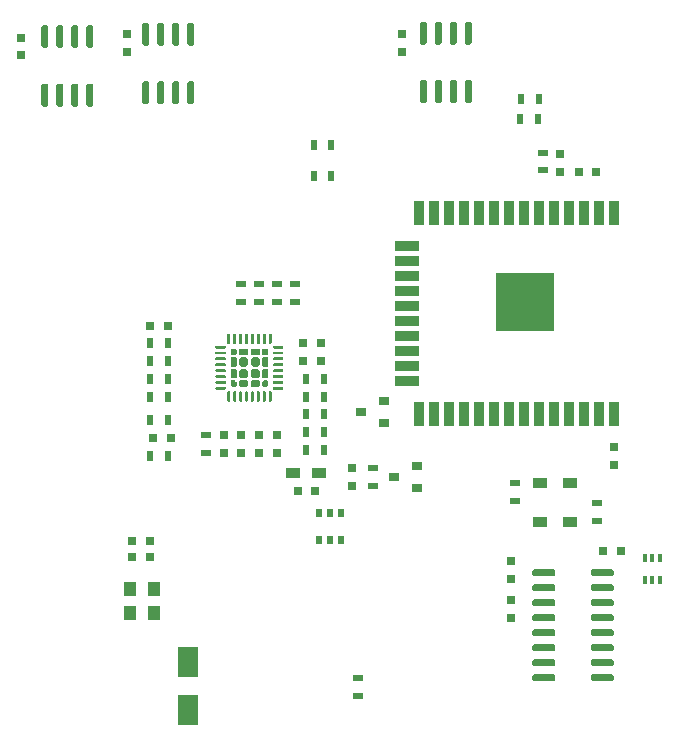
<source format=gtp>
G04 #@! TF.GenerationSoftware,KiCad,Pcbnew,(5.1.10)-1*
G04 #@! TF.CreationDate,2021-11-10T22:46:01+01:00*
G04 #@! TF.ProjectId,RS485-DIN-PCB,52533438-352d-4444-994e-2d5043422e6b,rev?*
G04 #@! TF.SameCoordinates,Original*
G04 #@! TF.FileFunction,Paste,Top*
G04 #@! TF.FilePolarity,Positive*
%FSLAX46Y46*%
G04 Gerber Fmt 4.6, Leading zero omitted, Abs format (unit mm)*
G04 Created by KiCad (PCBNEW (5.1.10)-1) date 2021-11-10 22:46:01*
%MOMM*%
%LPD*%
G01*
G04 APERTURE LIST*
%ADD10C,0.100000*%
%ADD11R,0.510000X0.700000*%
%ADD12R,0.900000X2.000000*%
%ADD13R,2.000000X0.900000*%
%ADD14R,5.000000X5.000000*%
%ADD15R,0.500000X0.900000*%
%ADD16R,0.900000X0.500000*%
%ADD17R,0.900000X0.800000*%
%ADD18R,0.400000X0.650000*%
%ADD19R,1.200000X0.900000*%
%ADD20R,1.800000X2.500000*%
%ADD21R,0.750000X0.800000*%
%ADD22R,0.800000X0.750000*%
%ADD23R,1.000000X1.250000*%
G04 APERTURE END LIST*
G04 #@! TO.C,U8*
G36*
G01*
X61010000Y-78000000D02*
X60710000Y-78000000D01*
G75*
G02*
X60560000Y-77850000I0J150000D01*
G01*
X60560000Y-76200000D01*
G75*
G02*
X60710000Y-76050000I150000J0D01*
G01*
X61010000Y-76050000D01*
G75*
G02*
X61160000Y-76200000I0J-150000D01*
G01*
X61160000Y-77850000D01*
G75*
G02*
X61010000Y-78000000I-150000J0D01*
G01*
G37*
G36*
G01*
X62280000Y-78000000D02*
X61980000Y-78000000D01*
G75*
G02*
X61830000Y-77850000I0J150000D01*
G01*
X61830000Y-76200000D01*
G75*
G02*
X61980000Y-76050000I150000J0D01*
G01*
X62280000Y-76050000D01*
G75*
G02*
X62430000Y-76200000I0J-150000D01*
G01*
X62430000Y-77850000D01*
G75*
G02*
X62280000Y-78000000I-150000J0D01*
G01*
G37*
G36*
G01*
X63550000Y-78000000D02*
X63250000Y-78000000D01*
G75*
G02*
X63100000Y-77850000I0J150000D01*
G01*
X63100000Y-76200000D01*
G75*
G02*
X63250000Y-76050000I150000J0D01*
G01*
X63550000Y-76050000D01*
G75*
G02*
X63700000Y-76200000I0J-150000D01*
G01*
X63700000Y-77850000D01*
G75*
G02*
X63550000Y-78000000I-150000J0D01*
G01*
G37*
G36*
G01*
X64820000Y-78000000D02*
X64520000Y-78000000D01*
G75*
G02*
X64370000Y-77850000I0J150000D01*
G01*
X64370000Y-76200000D01*
G75*
G02*
X64520000Y-76050000I150000J0D01*
G01*
X64820000Y-76050000D01*
G75*
G02*
X64970000Y-76200000I0J-150000D01*
G01*
X64970000Y-77850000D01*
G75*
G02*
X64820000Y-78000000I-150000J0D01*
G01*
G37*
G36*
G01*
X64820000Y-82950000D02*
X64520000Y-82950000D01*
G75*
G02*
X64370000Y-82800000I0J150000D01*
G01*
X64370000Y-81150000D01*
G75*
G02*
X64520000Y-81000000I150000J0D01*
G01*
X64820000Y-81000000D01*
G75*
G02*
X64970000Y-81150000I0J-150000D01*
G01*
X64970000Y-82800000D01*
G75*
G02*
X64820000Y-82950000I-150000J0D01*
G01*
G37*
G36*
G01*
X63550000Y-82950000D02*
X63250000Y-82950000D01*
G75*
G02*
X63100000Y-82800000I0J150000D01*
G01*
X63100000Y-81150000D01*
G75*
G02*
X63250000Y-81000000I150000J0D01*
G01*
X63550000Y-81000000D01*
G75*
G02*
X63700000Y-81150000I0J-150000D01*
G01*
X63700000Y-82800000D01*
G75*
G02*
X63550000Y-82950000I-150000J0D01*
G01*
G37*
G36*
G01*
X62280000Y-82950000D02*
X61980000Y-82950000D01*
G75*
G02*
X61830000Y-82800000I0J150000D01*
G01*
X61830000Y-81150000D01*
G75*
G02*
X61980000Y-81000000I150000J0D01*
G01*
X62280000Y-81000000D01*
G75*
G02*
X62430000Y-81150000I0J-150000D01*
G01*
X62430000Y-82800000D01*
G75*
G02*
X62280000Y-82950000I-150000J0D01*
G01*
G37*
G36*
G01*
X61010000Y-82950000D02*
X60710000Y-82950000D01*
G75*
G02*
X60560000Y-82800000I0J150000D01*
G01*
X60560000Y-81150000D01*
G75*
G02*
X60710000Y-81000000I150000J0D01*
G01*
X61010000Y-81000000D01*
G75*
G02*
X61160000Y-81150000I0J-150000D01*
G01*
X61160000Y-82800000D01*
G75*
G02*
X61010000Y-82950000I-150000J0D01*
G01*
G37*
G04 #@! TD*
D10*
G04 #@! TO.C,U7*
G36*
X79240109Y-103564771D02*
G01*
X79246422Y-103543960D01*
X79256673Y-103524781D01*
X79270470Y-103507970D01*
X79287281Y-103494173D01*
X79306460Y-103483922D01*
X79327271Y-103477609D01*
X79348914Y-103475477D01*
X79651086Y-103475477D01*
X79672729Y-103477609D01*
X79693540Y-103483922D01*
X79712719Y-103494173D01*
X79729530Y-103507970D01*
X79743327Y-103524781D01*
X79753578Y-103543960D01*
X79759891Y-103564771D01*
X79762023Y-103586414D01*
X79762023Y-103888586D01*
X79759891Y-103910229D01*
X79753578Y-103931040D01*
X79743327Y-103950219D01*
X79729530Y-103967030D01*
X79712719Y-103980827D01*
X79693540Y-103991078D01*
X79672729Y-103997391D01*
X79651086Y-103999523D01*
X79440818Y-103999523D01*
X79419175Y-103997391D01*
X79398364Y-103991078D01*
X79379185Y-103980827D01*
X79362374Y-103967030D01*
X79270470Y-103875126D01*
X79256673Y-103858315D01*
X79246422Y-103839136D01*
X79240109Y-103818325D01*
X79237977Y-103796682D01*
X79237977Y-103586414D01*
X79240109Y-103564771D01*
G37*
G36*
X76590109Y-103564771D02*
G01*
X76596422Y-103543960D01*
X76606673Y-103524781D01*
X76620470Y-103507970D01*
X76637281Y-103494173D01*
X76656460Y-103483922D01*
X76677271Y-103477609D01*
X76698914Y-103475477D01*
X77001086Y-103475477D01*
X77022729Y-103477609D01*
X77043540Y-103483922D01*
X77062719Y-103494173D01*
X77079530Y-103507970D01*
X77093327Y-103524781D01*
X77103578Y-103543960D01*
X77109891Y-103564771D01*
X77112023Y-103586414D01*
X77112023Y-103796682D01*
X77109891Y-103818325D01*
X77103578Y-103839136D01*
X77093327Y-103858315D01*
X77079530Y-103875126D01*
X76987626Y-103967030D01*
X76970815Y-103980827D01*
X76951636Y-103991078D01*
X76930825Y-103997391D01*
X76909182Y-103999523D01*
X76698914Y-103999523D01*
X76677271Y-103997391D01*
X76656460Y-103991078D01*
X76637281Y-103980827D01*
X76620470Y-103967030D01*
X76606673Y-103950219D01*
X76596422Y-103931040D01*
X76590109Y-103910229D01*
X76587977Y-103888586D01*
X76587977Y-103586414D01*
X76590109Y-103564771D01*
G37*
G36*
X79240109Y-106306675D02*
G01*
X79246422Y-106285864D01*
X79256673Y-106266685D01*
X79270470Y-106249874D01*
X79362374Y-106157970D01*
X79379185Y-106144173D01*
X79398364Y-106133922D01*
X79419175Y-106127609D01*
X79440818Y-106125477D01*
X79651086Y-106125477D01*
X79672729Y-106127609D01*
X79693540Y-106133922D01*
X79712719Y-106144173D01*
X79729530Y-106157970D01*
X79743327Y-106174781D01*
X79753578Y-106193960D01*
X79759891Y-106214771D01*
X79762023Y-106236414D01*
X79762023Y-106538586D01*
X79759891Y-106560229D01*
X79753578Y-106581040D01*
X79743327Y-106600219D01*
X79729530Y-106617030D01*
X79712719Y-106630827D01*
X79693540Y-106641078D01*
X79672729Y-106647391D01*
X79651086Y-106649523D01*
X79348914Y-106649523D01*
X79327271Y-106647391D01*
X79306460Y-106641078D01*
X79287281Y-106630827D01*
X79270470Y-106617030D01*
X79256673Y-106600219D01*
X79246422Y-106581040D01*
X79240109Y-106560229D01*
X79237977Y-106538586D01*
X79237977Y-106328318D01*
X79240109Y-106306675D01*
G37*
G36*
X76590109Y-106214771D02*
G01*
X76596422Y-106193960D01*
X76606673Y-106174781D01*
X76620470Y-106157970D01*
X76637281Y-106144173D01*
X76656460Y-106133922D01*
X76677271Y-106127609D01*
X76698914Y-106125477D01*
X76909182Y-106125477D01*
X76930825Y-106127609D01*
X76951636Y-106133922D01*
X76970815Y-106144173D01*
X76987626Y-106157970D01*
X77079530Y-106249874D01*
X77093327Y-106266685D01*
X77103578Y-106285864D01*
X77109891Y-106306675D01*
X77112023Y-106328318D01*
X77112023Y-106538586D01*
X77109891Y-106560229D01*
X77103578Y-106581040D01*
X77093327Y-106600219D01*
X77079530Y-106617030D01*
X77062719Y-106630827D01*
X77043540Y-106641078D01*
X77022729Y-106647391D01*
X77001086Y-106649523D01*
X76698914Y-106649523D01*
X76677271Y-106647391D01*
X76656460Y-106641078D01*
X76637281Y-106630827D01*
X76620470Y-106617030D01*
X76606673Y-106600219D01*
X76596422Y-106581040D01*
X76590109Y-106560229D01*
X76587977Y-106538586D01*
X76587977Y-106236414D01*
X76590109Y-106214771D01*
G37*
G36*
X79239648Y-104301421D02*
G01*
X79244596Y-104285108D01*
X79252632Y-104270074D01*
X79263446Y-104256897D01*
X79335485Y-104184857D01*
X79348663Y-104174043D01*
X79363697Y-104166007D01*
X79380010Y-104161058D01*
X79396975Y-104159387D01*
X79675064Y-104159387D01*
X79692029Y-104161058D01*
X79708342Y-104166006D01*
X79723376Y-104174042D01*
X79736553Y-104184857D01*
X79747368Y-104198034D01*
X79755404Y-104213068D01*
X79760352Y-104229381D01*
X79762023Y-104246346D01*
X79762023Y-104878654D01*
X79760352Y-104895619D01*
X79755404Y-104911932D01*
X79747368Y-104926966D01*
X79736553Y-104940143D01*
X79723376Y-104950958D01*
X79708342Y-104958994D01*
X79692029Y-104963942D01*
X79675064Y-104965613D01*
X79396975Y-104965613D01*
X79380010Y-104963942D01*
X79363697Y-104958994D01*
X79348663Y-104950958D01*
X79335485Y-104940143D01*
X79263446Y-104868103D01*
X79252632Y-104854925D01*
X79244596Y-104839891D01*
X79239648Y-104823578D01*
X79237977Y-104806614D01*
X79237977Y-104318386D01*
X79239648Y-104301421D01*
G37*
G36*
X79239648Y-105301421D02*
G01*
X79244596Y-105285108D01*
X79252632Y-105270074D01*
X79263446Y-105256897D01*
X79335485Y-105184857D01*
X79348663Y-105174043D01*
X79363697Y-105166007D01*
X79380010Y-105161058D01*
X79396975Y-105159387D01*
X79675064Y-105159387D01*
X79692029Y-105161058D01*
X79708342Y-105166006D01*
X79723376Y-105174042D01*
X79736553Y-105184857D01*
X79747368Y-105198034D01*
X79755404Y-105213068D01*
X79760352Y-105229381D01*
X79762023Y-105246346D01*
X79762023Y-105878654D01*
X79760352Y-105895619D01*
X79755404Y-105911932D01*
X79747368Y-105926966D01*
X79736553Y-105940143D01*
X79723376Y-105950958D01*
X79708342Y-105958994D01*
X79692029Y-105963942D01*
X79675064Y-105965613D01*
X79396975Y-105965613D01*
X79380010Y-105963942D01*
X79363697Y-105958994D01*
X79348663Y-105950958D01*
X79335485Y-105940143D01*
X79263446Y-105868103D01*
X79252632Y-105854925D01*
X79244596Y-105839891D01*
X79239648Y-105823578D01*
X79237977Y-105806614D01*
X79237977Y-105318386D01*
X79239648Y-105301421D01*
G37*
G36*
X76589648Y-104229381D02*
G01*
X76594596Y-104213068D01*
X76602632Y-104198034D01*
X76613447Y-104184857D01*
X76626624Y-104174042D01*
X76641658Y-104166006D01*
X76657971Y-104161058D01*
X76674936Y-104159387D01*
X76953025Y-104159387D01*
X76969990Y-104161058D01*
X76986303Y-104166006D01*
X77001337Y-104174042D01*
X77014515Y-104184857D01*
X77086554Y-104256897D01*
X77097368Y-104270075D01*
X77105404Y-104285109D01*
X77110352Y-104301422D01*
X77112023Y-104318386D01*
X77112023Y-104806614D01*
X77110352Y-104823579D01*
X77105404Y-104839892D01*
X77097368Y-104854926D01*
X77086554Y-104868103D01*
X77014515Y-104940143D01*
X77001337Y-104950957D01*
X76986303Y-104958993D01*
X76969990Y-104963942D01*
X76953025Y-104965613D01*
X76674936Y-104965613D01*
X76657971Y-104963942D01*
X76641658Y-104958994D01*
X76626624Y-104950958D01*
X76613447Y-104940143D01*
X76602632Y-104926966D01*
X76594596Y-104911932D01*
X76589648Y-104895619D01*
X76587977Y-104878654D01*
X76587977Y-104246346D01*
X76589648Y-104229381D01*
G37*
G36*
X76589648Y-105229381D02*
G01*
X76594596Y-105213068D01*
X76602632Y-105198034D01*
X76613447Y-105184857D01*
X76626624Y-105174042D01*
X76641658Y-105166006D01*
X76657971Y-105161058D01*
X76674936Y-105159387D01*
X76953025Y-105159387D01*
X76969990Y-105161058D01*
X76986303Y-105166006D01*
X77001337Y-105174042D01*
X77014515Y-105184857D01*
X77086554Y-105256897D01*
X77097368Y-105270075D01*
X77105404Y-105285109D01*
X77110352Y-105301422D01*
X77112023Y-105318386D01*
X77112023Y-105806614D01*
X77110352Y-105823579D01*
X77105404Y-105839892D01*
X77097368Y-105854926D01*
X77086554Y-105868103D01*
X77014515Y-105940143D01*
X77001337Y-105950957D01*
X76986303Y-105958993D01*
X76969990Y-105963942D01*
X76953025Y-105965613D01*
X76674936Y-105965613D01*
X76657971Y-105963942D01*
X76641658Y-105958994D01*
X76626624Y-105950958D01*
X76613447Y-105940143D01*
X76602632Y-105926966D01*
X76594596Y-105911932D01*
X76589648Y-105895619D01*
X76587977Y-105878654D01*
X76587977Y-105246346D01*
X76589648Y-105229381D01*
G37*
G36*
X78273558Y-103545471D02*
G01*
X78278506Y-103529158D01*
X78286542Y-103514124D01*
X78297357Y-103500947D01*
X78310534Y-103490132D01*
X78325568Y-103482096D01*
X78341881Y-103477148D01*
X78358846Y-103475477D01*
X78991154Y-103475477D01*
X79008119Y-103477148D01*
X79024432Y-103482096D01*
X79039466Y-103490132D01*
X79052643Y-103500947D01*
X79063458Y-103514124D01*
X79071494Y-103529158D01*
X79076442Y-103545471D01*
X79078113Y-103562436D01*
X79078113Y-103840525D01*
X79076442Y-103857490D01*
X79071494Y-103873803D01*
X79063458Y-103888837D01*
X79052643Y-103902015D01*
X78980603Y-103974054D01*
X78967425Y-103984868D01*
X78952391Y-103992904D01*
X78936078Y-103997852D01*
X78919114Y-103999523D01*
X78430886Y-103999523D01*
X78413921Y-103997852D01*
X78397608Y-103992904D01*
X78382574Y-103984868D01*
X78369397Y-103974054D01*
X78297357Y-103902015D01*
X78286543Y-103888837D01*
X78278507Y-103873803D01*
X78273558Y-103857490D01*
X78271887Y-103840525D01*
X78271887Y-103562436D01*
X78273558Y-103545471D01*
G37*
G36*
X77273558Y-103545471D02*
G01*
X77278506Y-103529158D01*
X77286542Y-103514124D01*
X77297357Y-103500947D01*
X77310534Y-103490132D01*
X77325568Y-103482096D01*
X77341881Y-103477148D01*
X77358846Y-103475477D01*
X77991154Y-103475477D01*
X78008119Y-103477148D01*
X78024432Y-103482096D01*
X78039466Y-103490132D01*
X78052643Y-103500947D01*
X78063458Y-103514124D01*
X78071494Y-103529158D01*
X78076442Y-103545471D01*
X78078113Y-103562436D01*
X78078113Y-103840525D01*
X78076442Y-103857490D01*
X78071494Y-103873803D01*
X78063458Y-103888837D01*
X78052643Y-103902015D01*
X77980603Y-103974054D01*
X77967425Y-103984868D01*
X77952391Y-103992904D01*
X77936078Y-103997852D01*
X77919114Y-103999523D01*
X77430886Y-103999523D01*
X77413921Y-103997852D01*
X77397608Y-103992904D01*
X77382574Y-103984868D01*
X77369397Y-103974054D01*
X77297357Y-103902015D01*
X77286543Y-103888837D01*
X77278507Y-103873803D01*
X77273558Y-103857490D01*
X77271887Y-103840525D01*
X77271887Y-103562436D01*
X77273558Y-103545471D01*
G37*
G36*
X78273558Y-106267510D02*
G01*
X78278506Y-106251197D01*
X78286542Y-106236163D01*
X78297357Y-106222985D01*
X78369397Y-106150946D01*
X78382575Y-106140132D01*
X78397609Y-106132096D01*
X78413922Y-106127148D01*
X78430886Y-106125477D01*
X78919114Y-106125477D01*
X78936079Y-106127148D01*
X78952392Y-106132096D01*
X78967426Y-106140132D01*
X78980603Y-106150946D01*
X79052643Y-106222985D01*
X79063457Y-106236163D01*
X79071493Y-106251197D01*
X79076442Y-106267510D01*
X79078113Y-106284475D01*
X79078113Y-106562564D01*
X79076442Y-106579529D01*
X79071494Y-106595842D01*
X79063458Y-106610876D01*
X79052643Y-106624053D01*
X79039466Y-106634868D01*
X79024432Y-106642904D01*
X79008119Y-106647852D01*
X78991154Y-106649523D01*
X78358846Y-106649523D01*
X78341881Y-106647852D01*
X78325568Y-106642904D01*
X78310534Y-106634868D01*
X78297357Y-106624053D01*
X78286542Y-106610876D01*
X78278506Y-106595842D01*
X78273558Y-106579529D01*
X78271887Y-106562564D01*
X78271887Y-106284475D01*
X78273558Y-106267510D01*
G37*
G36*
X77273558Y-106267510D02*
G01*
X77278506Y-106251197D01*
X77286542Y-106236163D01*
X77297357Y-106222985D01*
X77369397Y-106150946D01*
X77382575Y-106140132D01*
X77397609Y-106132096D01*
X77413922Y-106127148D01*
X77430886Y-106125477D01*
X77919114Y-106125477D01*
X77936079Y-106127148D01*
X77952392Y-106132096D01*
X77967426Y-106140132D01*
X77980603Y-106150946D01*
X78052643Y-106222985D01*
X78063457Y-106236163D01*
X78071493Y-106251197D01*
X78076442Y-106267510D01*
X78078113Y-106284475D01*
X78078113Y-106562564D01*
X78076442Y-106579529D01*
X78071494Y-106595842D01*
X78063458Y-106610876D01*
X78052643Y-106624053D01*
X78039466Y-106634868D01*
X78024432Y-106642904D01*
X78008119Y-106647852D01*
X77991154Y-106649523D01*
X77358846Y-106649523D01*
X77341881Y-106647852D01*
X77325568Y-106642904D01*
X77310534Y-106634868D01*
X77297357Y-106624053D01*
X77286542Y-106610876D01*
X77278506Y-106595842D01*
X77273558Y-106579529D01*
X77271887Y-106562564D01*
X77271887Y-106284475D01*
X77273558Y-106267510D01*
G37*
G36*
G01*
X78876557Y-104965613D02*
X78473443Y-104965613D01*
G75*
G02*
X78271887Y-104764057I0J201556D01*
G01*
X78271887Y-104360943D01*
G75*
G02*
X78473443Y-104159387I201556J0D01*
G01*
X78876557Y-104159387D01*
G75*
G02*
X79078113Y-104360943I0J-201556D01*
G01*
X79078113Y-104764057D01*
G75*
G02*
X78876557Y-104965613I-201556J0D01*
G01*
G37*
G36*
G01*
X77876557Y-104965613D02*
X77473443Y-104965613D01*
G75*
G02*
X77271887Y-104764057I0J201556D01*
G01*
X77271887Y-104360943D01*
G75*
G02*
X77473443Y-104159387I201556J0D01*
G01*
X77876557Y-104159387D01*
G75*
G02*
X78078113Y-104360943I0J-201556D01*
G01*
X78078113Y-104764057D01*
G75*
G02*
X77876557Y-104965613I-201556J0D01*
G01*
G37*
G36*
G01*
X78876557Y-105965613D02*
X78473443Y-105965613D01*
G75*
G02*
X78271887Y-105764057I0J201556D01*
G01*
X78271887Y-105360943D01*
G75*
G02*
X78473443Y-105159387I201556J0D01*
G01*
X78876557Y-105159387D01*
G75*
G02*
X79078113Y-105360943I0J-201556D01*
G01*
X79078113Y-105764057D01*
G75*
G02*
X78876557Y-105965613I-201556J0D01*
G01*
G37*
G36*
G01*
X77876557Y-105965613D02*
X77473443Y-105965613D01*
G75*
G02*
X77271887Y-105764057I0J201556D01*
G01*
X77271887Y-105360943D01*
G75*
G02*
X77473443Y-105159387I201556J0D01*
G01*
X77876557Y-105159387D01*
G75*
G02*
X78078113Y-105360943I0J-201556D01*
G01*
X78078113Y-105764057D01*
G75*
G02*
X77876557Y-105965613I-201556J0D01*
G01*
G37*
G36*
G01*
X76112500Y-106937500D02*
X75362500Y-106937500D01*
G75*
G02*
X75300000Y-106875000I0J62500D01*
G01*
X75300000Y-106750000D01*
G75*
G02*
X75362500Y-106687500I62500J0D01*
G01*
X76112500Y-106687500D01*
G75*
G02*
X76175000Y-106750000I0J-62500D01*
G01*
X76175000Y-106875000D01*
G75*
G02*
X76112500Y-106937500I-62500J0D01*
G01*
G37*
G36*
G01*
X76112500Y-106437500D02*
X75362500Y-106437500D01*
G75*
G02*
X75300000Y-106375000I0J62500D01*
G01*
X75300000Y-106250000D01*
G75*
G02*
X75362500Y-106187500I62500J0D01*
G01*
X76112500Y-106187500D01*
G75*
G02*
X76175000Y-106250000I0J-62500D01*
G01*
X76175000Y-106375000D01*
G75*
G02*
X76112500Y-106437500I-62500J0D01*
G01*
G37*
G36*
G01*
X76112500Y-105937500D02*
X75362500Y-105937500D01*
G75*
G02*
X75300000Y-105875000I0J62500D01*
G01*
X75300000Y-105750000D01*
G75*
G02*
X75362500Y-105687500I62500J0D01*
G01*
X76112500Y-105687500D01*
G75*
G02*
X76175000Y-105750000I0J-62500D01*
G01*
X76175000Y-105875000D01*
G75*
G02*
X76112500Y-105937500I-62500J0D01*
G01*
G37*
G36*
G01*
X76112500Y-105437500D02*
X75362500Y-105437500D01*
G75*
G02*
X75300000Y-105375000I0J62500D01*
G01*
X75300000Y-105250000D01*
G75*
G02*
X75362500Y-105187500I62500J0D01*
G01*
X76112500Y-105187500D01*
G75*
G02*
X76175000Y-105250000I0J-62500D01*
G01*
X76175000Y-105375000D01*
G75*
G02*
X76112500Y-105437500I-62500J0D01*
G01*
G37*
G36*
G01*
X76112500Y-104937500D02*
X75362500Y-104937500D01*
G75*
G02*
X75300000Y-104875000I0J62500D01*
G01*
X75300000Y-104750000D01*
G75*
G02*
X75362500Y-104687500I62500J0D01*
G01*
X76112500Y-104687500D01*
G75*
G02*
X76175000Y-104750000I0J-62500D01*
G01*
X76175000Y-104875000D01*
G75*
G02*
X76112500Y-104937500I-62500J0D01*
G01*
G37*
G36*
G01*
X76112500Y-104437500D02*
X75362500Y-104437500D01*
G75*
G02*
X75300000Y-104375000I0J62500D01*
G01*
X75300000Y-104250000D01*
G75*
G02*
X75362500Y-104187500I62500J0D01*
G01*
X76112500Y-104187500D01*
G75*
G02*
X76175000Y-104250000I0J-62500D01*
G01*
X76175000Y-104375000D01*
G75*
G02*
X76112500Y-104437500I-62500J0D01*
G01*
G37*
G36*
G01*
X76112500Y-103937500D02*
X75362500Y-103937500D01*
G75*
G02*
X75300000Y-103875000I0J62500D01*
G01*
X75300000Y-103750000D01*
G75*
G02*
X75362500Y-103687500I62500J0D01*
G01*
X76112500Y-103687500D01*
G75*
G02*
X76175000Y-103750000I0J-62500D01*
G01*
X76175000Y-103875000D01*
G75*
G02*
X76112500Y-103937500I-62500J0D01*
G01*
G37*
G36*
G01*
X76112500Y-103437500D02*
X75362500Y-103437500D01*
G75*
G02*
X75300000Y-103375000I0J62500D01*
G01*
X75300000Y-103250000D01*
G75*
G02*
X75362500Y-103187500I62500J0D01*
G01*
X76112500Y-103187500D01*
G75*
G02*
X76175000Y-103250000I0J-62500D01*
G01*
X76175000Y-103375000D01*
G75*
G02*
X76112500Y-103437500I-62500J0D01*
G01*
G37*
G36*
G01*
X76487500Y-103062500D02*
X76362500Y-103062500D01*
G75*
G02*
X76300000Y-103000000I0J62500D01*
G01*
X76300000Y-102250000D01*
G75*
G02*
X76362500Y-102187500I62500J0D01*
G01*
X76487500Y-102187500D01*
G75*
G02*
X76550000Y-102250000I0J-62500D01*
G01*
X76550000Y-103000000D01*
G75*
G02*
X76487500Y-103062500I-62500J0D01*
G01*
G37*
G36*
G01*
X76987500Y-103062500D02*
X76862500Y-103062500D01*
G75*
G02*
X76800000Y-103000000I0J62500D01*
G01*
X76800000Y-102250000D01*
G75*
G02*
X76862500Y-102187500I62500J0D01*
G01*
X76987500Y-102187500D01*
G75*
G02*
X77050000Y-102250000I0J-62500D01*
G01*
X77050000Y-103000000D01*
G75*
G02*
X76987500Y-103062500I-62500J0D01*
G01*
G37*
G36*
G01*
X77487500Y-103062500D02*
X77362500Y-103062500D01*
G75*
G02*
X77300000Y-103000000I0J62500D01*
G01*
X77300000Y-102250000D01*
G75*
G02*
X77362500Y-102187500I62500J0D01*
G01*
X77487500Y-102187500D01*
G75*
G02*
X77550000Y-102250000I0J-62500D01*
G01*
X77550000Y-103000000D01*
G75*
G02*
X77487500Y-103062500I-62500J0D01*
G01*
G37*
G36*
G01*
X77987500Y-103062500D02*
X77862500Y-103062500D01*
G75*
G02*
X77800000Y-103000000I0J62500D01*
G01*
X77800000Y-102250000D01*
G75*
G02*
X77862500Y-102187500I62500J0D01*
G01*
X77987500Y-102187500D01*
G75*
G02*
X78050000Y-102250000I0J-62500D01*
G01*
X78050000Y-103000000D01*
G75*
G02*
X77987500Y-103062500I-62500J0D01*
G01*
G37*
G36*
G01*
X78487500Y-103062500D02*
X78362500Y-103062500D01*
G75*
G02*
X78300000Y-103000000I0J62500D01*
G01*
X78300000Y-102250000D01*
G75*
G02*
X78362500Y-102187500I62500J0D01*
G01*
X78487500Y-102187500D01*
G75*
G02*
X78550000Y-102250000I0J-62500D01*
G01*
X78550000Y-103000000D01*
G75*
G02*
X78487500Y-103062500I-62500J0D01*
G01*
G37*
G36*
G01*
X78987500Y-103062500D02*
X78862500Y-103062500D01*
G75*
G02*
X78800000Y-103000000I0J62500D01*
G01*
X78800000Y-102250000D01*
G75*
G02*
X78862500Y-102187500I62500J0D01*
G01*
X78987500Y-102187500D01*
G75*
G02*
X79050000Y-102250000I0J-62500D01*
G01*
X79050000Y-103000000D01*
G75*
G02*
X78987500Y-103062500I-62500J0D01*
G01*
G37*
G36*
G01*
X79487500Y-103062500D02*
X79362500Y-103062500D01*
G75*
G02*
X79300000Y-103000000I0J62500D01*
G01*
X79300000Y-102250000D01*
G75*
G02*
X79362500Y-102187500I62500J0D01*
G01*
X79487500Y-102187500D01*
G75*
G02*
X79550000Y-102250000I0J-62500D01*
G01*
X79550000Y-103000000D01*
G75*
G02*
X79487500Y-103062500I-62500J0D01*
G01*
G37*
G36*
G01*
X79987500Y-103062500D02*
X79862500Y-103062500D01*
G75*
G02*
X79800000Y-103000000I0J62500D01*
G01*
X79800000Y-102250000D01*
G75*
G02*
X79862500Y-102187500I62500J0D01*
G01*
X79987500Y-102187500D01*
G75*
G02*
X80050000Y-102250000I0J-62500D01*
G01*
X80050000Y-103000000D01*
G75*
G02*
X79987500Y-103062500I-62500J0D01*
G01*
G37*
G36*
G01*
X80987500Y-103437500D02*
X80237500Y-103437500D01*
G75*
G02*
X80175000Y-103375000I0J62500D01*
G01*
X80175000Y-103250000D01*
G75*
G02*
X80237500Y-103187500I62500J0D01*
G01*
X80987500Y-103187500D01*
G75*
G02*
X81050000Y-103250000I0J-62500D01*
G01*
X81050000Y-103375000D01*
G75*
G02*
X80987500Y-103437500I-62500J0D01*
G01*
G37*
G36*
G01*
X80987500Y-103937500D02*
X80237500Y-103937500D01*
G75*
G02*
X80175000Y-103875000I0J62500D01*
G01*
X80175000Y-103750000D01*
G75*
G02*
X80237500Y-103687500I62500J0D01*
G01*
X80987500Y-103687500D01*
G75*
G02*
X81050000Y-103750000I0J-62500D01*
G01*
X81050000Y-103875000D01*
G75*
G02*
X80987500Y-103937500I-62500J0D01*
G01*
G37*
G36*
G01*
X80987500Y-104437500D02*
X80237500Y-104437500D01*
G75*
G02*
X80175000Y-104375000I0J62500D01*
G01*
X80175000Y-104250000D01*
G75*
G02*
X80237500Y-104187500I62500J0D01*
G01*
X80987500Y-104187500D01*
G75*
G02*
X81050000Y-104250000I0J-62500D01*
G01*
X81050000Y-104375000D01*
G75*
G02*
X80987500Y-104437500I-62500J0D01*
G01*
G37*
G36*
G01*
X80987500Y-104937500D02*
X80237500Y-104937500D01*
G75*
G02*
X80175000Y-104875000I0J62500D01*
G01*
X80175000Y-104750000D01*
G75*
G02*
X80237500Y-104687500I62500J0D01*
G01*
X80987500Y-104687500D01*
G75*
G02*
X81050000Y-104750000I0J-62500D01*
G01*
X81050000Y-104875000D01*
G75*
G02*
X80987500Y-104937500I-62500J0D01*
G01*
G37*
G36*
G01*
X80987500Y-105437500D02*
X80237500Y-105437500D01*
G75*
G02*
X80175000Y-105375000I0J62500D01*
G01*
X80175000Y-105250000D01*
G75*
G02*
X80237500Y-105187500I62500J0D01*
G01*
X80987500Y-105187500D01*
G75*
G02*
X81050000Y-105250000I0J-62500D01*
G01*
X81050000Y-105375000D01*
G75*
G02*
X80987500Y-105437500I-62500J0D01*
G01*
G37*
G36*
G01*
X80987500Y-105937500D02*
X80237500Y-105937500D01*
G75*
G02*
X80175000Y-105875000I0J62500D01*
G01*
X80175000Y-105750000D01*
G75*
G02*
X80237500Y-105687500I62500J0D01*
G01*
X80987500Y-105687500D01*
G75*
G02*
X81050000Y-105750000I0J-62500D01*
G01*
X81050000Y-105875000D01*
G75*
G02*
X80987500Y-105937500I-62500J0D01*
G01*
G37*
G36*
G01*
X80987500Y-106437500D02*
X80237500Y-106437500D01*
G75*
G02*
X80175000Y-106375000I0J62500D01*
G01*
X80175000Y-106250000D01*
G75*
G02*
X80237500Y-106187500I62500J0D01*
G01*
X80987500Y-106187500D01*
G75*
G02*
X81050000Y-106250000I0J-62500D01*
G01*
X81050000Y-106375000D01*
G75*
G02*
X80987500Y-106437500I-62500J0D01*
G01*
G37*
G36*
G01*
X80987500Y-106937500D02*
X80237500Y-106937500D01*
G75*
G02*
X80175000Y-106875000I0J62500D01*
G01*
X80175000Y-106750000D01*
G75*
G02*
X80237500Y-106687500I62500J0D01*
G01*
X80987500Y-106687500D01*
G75*
G02*
X81050000Y-106750000I0J-62500D01*
G01*
X81050000Y-106875000D01*
G75*
G02*
X80987500Y-106937500I-62500J0D01*
G01*
G37*
G36*
G01*
X79987500Y-107937500D02*
X79862500Y-107937500D01*
G75*
G02*
X79800000Y-107875000I0J62500D01*
G01*
X79800000Y-107125000D01*
G75*
G02*
X79862500Y-107062500I62500J0D01*
G01*
X79987500Y-107062500D01*
G75*
G02*
X80050000Y-107125000I0J-62500D01*
G01*
X80050000Y-107875000D01*
G75*
G02*
X79987500Y-107937500I-62500J0D01*
G01*
G37*
G36*
G01*
X79487500Y-107937500D02*
X79362500Y-107937500D01*
G75*
G02*
X79300000Y-107875000I0J62500D01*
G01*
X79300000Y-107125000D01*
G75*
G02*
X79362500Y-107062500I62500J0D01*
G01*
X79487500Y-107062500D01*
G75*
G02*
X79550000Y-107125000I0J-62500D01*
G01*
X79550000Y-107875000D01*
G75*
G02*
X79487500Y-107937500I-62500J0D01*
G01*
G37*
G36*
G01*
X78987500Y-107937500D02*
X78862500Y-107937500D01*
G75*
G02*
X78800000Y-107875000I0J62500D01*
G01*
X78800000Y-107125000D01*
G75*
G02*
X78862500Y-107062500I62500J0D01*
G01*
X78987500Y-107062500D01*
G75*
G02*
X79050000Y-107125000I0J-62500D01*
G01*
X79050000Y-107875000D01*
G75*
G02*
X78987500Y-107937500I-62500J0D01*
G01*
G37*
G36*
G01*
X78487500Y-107937500D02*
X78362500Y-107937500D01*
G75*
G02*
X78300000Y-107875000I0J62500D01*
G01*
X78300000Y-107125000D01*
G75*
G02*
X78362500Y-107062500I62500J0D01*
G01*
X78487500Y-107062500D01*
G75*
G02*
X78550000Y-107125000I0J-62500D01*
G01*
X78550000Y-107875000D01*
G75*
G02*
X78487500Y-107937500I-62500J0D01*
G01*
G37*
G36*
G01*
X77987500Y-107937500D02*
X77862500Y-107937500D01*
G75*
G02*
X77800000Y-107875000I0J62500D01*
G01*
X77800000Y-107125000D01*
G75*
G02*
X77862500Y-107062500I62500J0D01*
G01*
X77987500Y-107062500D01*
G75*
G02*
X78050000Y-107125000I0J-62500D01*
G01*
X78050000Y-107875000D01*
G75*
G02*
X77987500Y-107937500I-62500J0D01*
G01*
G37*
G36*
G01*
X77487500Y-107937500D02*
X77362500Y-107937500D01*
G75*
G02*
X77300000Y-107875000I0J62500D01*
G01*
X77300000Y-107125000D01*
G75*
G02*
X77362500Y-107062500I62500J0D01*
G01*
X77487500Y-107062500D01*
G75*
G02*
X77550000Y-107125000I0J-62500D01*
G01*
X77550000Y-107875000D01*
G75*
G02*
X77487500Y-107937500I-62500J0D01*
G01*
G37*
G36*
G01*
X76987500Y-107937500D02*
X76862500Y-107937500D01*
G75*
G02*
X76800000Y-107875000I0J62500D01*
G01*
X76800000Y-107125000D01*
G75*
G02*
X76862500Y-107062500I62500J0D01*
G01*
X76987500Y-107062500D01*
G75*
G02*
X77050000Y-107125000I0J-62500D01*
G01*
X77050000Y-107875000D01*
G75*
G02*
X76987500Y-107937500I-62500J0D01*
G01*
G37*
G36*
G01*
X76487500Y-107937500D02*
X76362500Y-107937500D01*
G75*
G02*
X76300000Y-107875000I0J62500D01*
G01*
X76300000Y-107125000D01*
G75*
G02*
X76362500Y-107062500I62500J0D01*
G01*
X76487500Y-107062500D01*
G75*
G02*
X76550000Y-107125000I0J-62500D01*
G01*
X76550000Y-107875000D01*
G75*
G02*
X76487500Y-107937500I-62500J0D01*
G01*
G37*
G04 #@! TD*
G04 #@! TO.C,U6*
G36*
G01*
X69545000Y-77800000D02*
X69245000Y-77800000D01*
G75*
G02*
X69095000Y-77650000I0J150000D01*
G01*
X69095000Y-76000000D01*
G75*
G02*
X69245000Y-75850000I150000J0D01*
G01*
X69545000Y-75850000D01*
G75*
G02*
X69695000Y-76000000I0J-150000D01*
G01*
X69695000Y-77650000D01*
G75*
G02*
X69545000Y-77800000I-150000J0D01*
G01*
G37*
G36*
G01*
X70815000Y-77800000D02*
X70515000Y-77800000D01*
G75*
G02*
X70365000Y-77650000I0J150000D01*
G01*
X70365000Y-76000000D01*
G75*
G02*
X70515000Y-75850000I150000J0D01*
G01*
X70815000Y-75850000D01*
G75*
G02*
X70965000Y-76000000I0J-150000D01*
G01*
X70965000Y-77650000D01*
G75*
G02*
X70815000Y-77800000I-150000J0D01*
G01*
G37*
G36*
G01*
X72085000Y-77800000D02*
X71785000Y-77800000D01*
G75*
G02*
X71635000Y-77650000I0J150000D01*
G01*
X71635000Y-76000000D01*
G75*
G02*
X71785000Y-75850000I150000J0D01*
G01*
X72085000Y-75850000D01*
G75*
G02*
X72235000Y-76000000I0J-150000D01*
G01*
X72235000Y-77650000D01*
G75*
G02*
X72085000Y-77800000I-150000J0D01*
G01*
G37*
G36*
G01*
X73355000Y-77800000D02*
X73055000Y-77800000D01*
G75*
G02*
X72905000Y-77650000I0J150000D01*
G01*
X72905000Y-76000000D01*
G75*
G02*
X73055000Y-75850000I150000J0D01*
G01*
X73355000Y-75850000D01*
G75*
G02*
X73505000Y-76000000I0J-150000D01*
G01*
X73505000Y-77650000D01*
G75*
G02*
X73355000Y-77800000I-150000J0D01*
G01*
G37*
G36*
G01*
X73355000Y-82750000D02*
X73055000Y-82750000D01*
G75*
G02*
X72905000Y-82600000I0J150000D01*
G01*
X72905000Y-80950000D01*
G75*
G02*
X73055000Y-80800000I150000J0D01*
G01*
X73355000Y-80800000D01*
G75*
G02*
X73505000Y-80950000I0J-150000D01*
G01*
X73505000Y-82600000D01*
G75*
G02*
X73355000Y-82750000I-150000J0D01*
G01*
G37*
G36*
G01*
X72085000Y-82750000D02*
X71785000Y-82750000D01*
G75*
G02*
X71635000Y-82600000I0J150000D01*
G01*
X71635000Y-80950000D01*
G75*
G02*
X71785000Y-80800000I150000J0D01*
G01*
X72085000Y-80800000D01*
G75*
G02*
X72235000Y-80950000I0J-150000D01*
G01*
X72235000Y-82600000D01*
G75*
G02*
X72085000Y-82750000I-150000J0D01*
G01*
G37*
G36*
G01*
X70815000Y-82750000D02*
X70515000Y-82750000D01*
G75*
G02*
X70365000Y-82600000I0J150000D01*
G01*
X70365000Y-80950000D01*
G75*
G02*
X70515000Y-80800000I150000J0D01*
G01*
X70815000Y-80800000D01*
G75*
G02*
X70965000Y-80950000I0J-150000D01*
G01*
X70965000Y-82600000D01*
G75*
G02*
X70815000Y-82750000I-150000J0D01*
G01*
G37*
G36*
G01*
X69545000Y-82750000D02*
X69245000Y-82750000D01*
G75*
G02*
X69095000Y-82600000I0J150000D01*
G01*
X69095000Y-80950000D01*
G75*
G02*
X69245000Y-80800000I150000J0D01*
G01*
X69545000Y-80800000D01*
G75*
G02*
X69695000Y-80950000I0J-150000D01*
G01*
X69695000Y-82600000D01*
G75*
G02*
X69545000Y-82750000I-150000J0D01*
G01*
G37*
G04 #@! TD*
D11*
G04 #@! TO.C,U5*
X84050000Y-117340000D03*
X85000000Y-117340000D03*
X85950000Y-117340000D03*
X85950000Y-119660000D03*
X85000000Y-119660000D03*
X84050000Y-119660000D03*
G04 #@! TD*
G04 #@! TO.C,U3*
G36*
G01*
X93045000Y-77700000D02*
X92745000Y-77700000D01*
G75*
G02*
X92595000Y-77550000I0J150000D01*
G01*
X92595000Y-75900000D01*
G75*
G02*
X92745000Y-75750000I150000J0D01*
G01*
X93045000Y-75750000D01*
G75*
G02*
X93195000Y-75900000I0J-150000D01*
G01*
X93195000Y-77550000D01*
G75*
G02*
X93045000Y-77700000I-150000J0D01*
G01*
G37*
G36*
G01*
X94315000Y-77700000D02*
X94015000Y-77700000D01*
G75*
G02*
X93865000Y-77550000I0J150000D01*
G01*
X93865000Y-75900000D01*
G75*
G02*
X94015000Y-75750000I150000J0D01*
G01*
X94315000Y-75750000D01*
G75*
G02*
X94465000Y-75900000I0J-150000D01*
G01*
X94465000Y-77550000D01*
G75*
G02*
X94315000Y-77700000I-150000J0D01*
G01*
G37*
G36*
G01*
X95585000Y-77700000D02*
X95285000Y-77700000D01*
G75*
G02*
X95135000Y-77550000I0J150000D01*
G01*
X95135000Y-75900000D01*
G75*
G02*
X95285000Y-75750000I150000J0D01*
G01*
X95585000Y-75750000D01*
G75*
G02*
X95735000Y-75900000I0J-150000D01*
G01*
X95735000Y-77550000D01*
G75*
G02*
X95585000Y-77700000I-150000J0D01*
G01*
G37*
G36*
G01*
X96855000Y-77700000D02*
X96555000Y-77700000D01*
G75*
G02*
X96405000Y-77550000I0J150000D01*
G01*
X96405000Y-75900000D01*
G75*
G02*
X96555000Y-75750000I150000J0D01*
G01*
X96855000Y-75750000D01*
G75*
G02*
X97005000Y-75900000I0J-150000D01*
G01*
X97005000Y-77550000D01*
G75*
G02*
X96855000Y-77700000I-150000J0D01*
G01*
G37*
G36*
G01*
X96855000Y-82650000D02*
X96555000Y-82650000D01*
G75*
G02*
X96405000Y-82500000I0J150000D01*
G01*
X96405000Y-80850000D01*
G75*
G02*
X96555000Y-80700000I150000J0D01*
G01*
X96855000Y-80700000D01*
G75*
G02*
X97005000Y-80850000I0J-150000D01*
G01*
X97005000Y-82500000D01*
G75*
G02*
X96855000Y-82650000I-150000J0D01*
G01*
G37*
G36*
G01*
X95585000Y-82650000D02*
X95285000Y-82650000D01*
G75*
G02*
X95135000Y-82500000I0J150000D01*
G01*
X95135000Y-80850000D01*
G75*
G02*
X95285000Y-80700000I150000J0D01*
G01*
X95585000Y-80700000D01*
G75*
G02*
X95735000Y-80850000I0J-150000D01*
G01*
X95735000Y-82500000D01*
G75*
G02*
X95585000Y-82650000I-150000J0D01*
G01*
G37*
G36*
G01*
X94315000Y-82650000D02*
X94015000Y-82650000D01*
G75*
G02*
X93865000Y-82500000I0J150000D01*
G01*
X93865000Y-80850000D01*
G75*
G02*
X94015000Y-80700000I150000J0D01*
G01*
X94315000Y-80700000D01*
G75*
G02*
X94465000Y-80850000I0J-150000D01*
G01*
X94465000Y-82500000D01*
G75*
G02*
X94315000Y-82650000I-150000J0D01*
G01*
G37*
G36*
G01*
X93045000Y-82650000D02*
X92745000Y-82650000D01*
G75*
G02*
X92595000Y-82500000I0J150000D01*
G01*
X92595000Y-80850000D01*
G75*
G02*
X92745000Y-80700000I150000J0D01*
G01*
X93045000Y-80700000D01*
G75*
G02*
X93195000Y-80850000I0J-150000D01*
G01*
X93195000Y-82500000D01*
G75*
G02*
X93045000Y-82650000I-150000J0D01*
G01*
G37*
G04 #@! TD*
G04 #@! TO.C,U2*
G36*
G01*
X107075000Y-122580000D02*
X107075000Y-122280000D01*
G75*
G02*
X107225000Y-122130000I150000J0D01*
G01*
X108875000Y-122130000D01*
G75*
G02*
X109025000Y-122280000I0J-150000D01*
G01*
X109025000Y-122580000D01*
G75*
G02*
X108875000Y-122730000I-150000J0D01*
G01*
X107225000Y-122730000D01*
G75*
G02*
X107075000Y-122580000I0J150000D01*
G01*
G37*
G36*
G01*
X107075000Y-123850000D02*
X107075000Y-123550000D01*
G75*
G02*
X107225000Y-123400000I150000J0D01*
G01*
X108875000Y-123400000D01*
G75*
G02*
X109025000Y-123550000I0J-150000D01*
G01*
X109025000Y-123850000D01*
G75*
G02*
X108875000Y-124000000I-150000J0D01*
G01*
X107225000Y-124000000D01*
G75*
G02*
X107075000Y-123850000I0J150000D01*
G01*
G37*
G36*
G01*
X107075000Y-125120000D02*
X107075000Y-124820000D01*
G75*
G02*
X107225000Y-124670000I150000J0D01*
G01*
X108875000Y-124670000D01*
G75*
G02*
X109025000Y-124820000I0J-150000D01*
G01*
X109025000Y-125120000D01*
G75*
G02*
X108875000Y-125270000I-150000J0D01*
G01*
X107225000Y-125270000D01*
G75*
G02*
X107075000Y-125120000I0J150000D01*
G01*
G37*
G36*
G01*
X107075000Y-126390000D02*
X107075000Y-126090000D01*
G75*
G02*
X107225000Y-125940000I150000J0D01*
G01*
X108875000Y-125940000D01*
G75*
G02*
X109025000Y-126090000I0J-150000D01*
G01*
X109025000Y-126390000D01*
G75*
G02*
X108875000Y-126540000I-150000J0D01*
G01*
X107225000Y-126540000D01*
G75*
G02*
X107075000Y-126390000I0J150000D01*
G01*
G37*
G36*
G01*
X107075000Y-127660000D02*
X107075000Y-127360000D01*
G75*
G02*
X107225000Y-127210000I150000J0D01*
G01*
X108875000Y-127210000D01*
G75*
G02*
X109025000Y-127360000I0J-150000D01*
G01*
X109025000Y-127660000D01*
G75*
G02*
X108875000Y-127810000I-150000J0D01*
G01*
X107225000Y-127810000D01*
G75*
G02*
X107075000Y-127660000I0J150000D01*
G01*
G37*
G36*
G01*
X107075000Y-128930000D02*
X107075000Y-128630000D01*
G75*
G02*
X107225000Y-128480000I150000J0D01*
G01*
X108875000Y-128480000D01*
G75*
G02*
X109025000Y-128630000I0J-150000D01*
G01*
X109025000Y-128930000D01*
G75*
G02*
X108875000Y-129080000I-150000J0D01*
G01*
X107225000Y-129080000D01*
G75*
G02*
X107075000Y-128930000I0J150000D01*
G01*
G37*
G36*
G01*
X107075000Y-130200000D02*
X107075000Y-129900000D01*
G75*
G02*
X107225000Y-129750000I150000J0D01*
G01*
X108875000Y-129750000D01*
G75*
G02*
X109025000Y-129900000I0J-150000D01*
G01*
X109025000Y-130200000D01*
G75*
G02*
X108875000Y-130350000I-150000J0D01*
G01*
X107225000Y-130350000D01*
G75*
G02*
X107075000Y-130200000I0J150000D01*
G01*
G37*
G36*
G01*
X107075000Y-131470000D02*
X107075000Y-131170000D01*
G75*
G02*
X107225000Y-131020000I150000J0D01*
G01*
X108875000Y-131020000D01*
G75*
G02*
X109025000Y-131170000I0J-150000D01*
G01*
X109025000Y-131470000D01*
G75*
G02*
X108875000Y-131620000I-150000J0D01*
G01*
X107225000Y-131620000D01*
G75*
G02*
X107075000Y-131470000I0J150000D01*
G01*
G37*
G36*
G01*
X102125000Y-131470000D02*
X102125000Y-131170000D01*
G75*
G02*
X102275000Y-131020000I150000J0D01*
G01*
X103925000Y-131020000D01*
G75*
G02*
X104075000Y-131170000I0J-150000D01*
G01*
X104075000Y-131470000D01*
G75*
G02*
X103925000Y-131620000I-150000J0D01*
G01*
X102275000Y-131620000D01*
G75*
G02*
X102125000Y-131470000I0J150000D01*
G01*
G37*
G36*
G01*
X102125000Y-130200000D02*
X102125000Y-129900000D01*
G75*
G02*
X102275000Y-129750000I150000J0D01*
G01*
X103925000Y-129750000D01*
G75*
G02*
X104075000Y-129900000I0J-150000D01*
G01*
X104075000Y-130200000D01*
G75*
G02*
X103925000Y-130350000I-150000J0D01*
G01*
X102275000Y-130350000D01*
G75*
G02*
X102125000Y-130200000I0J150000D01*
G01*
G37*
G36*
G01*
X102125000Y-128930000D02*
X102125000Y-128630000D01*
G75*
G02*
X102275000Y-128480000I150000J0D01*
G01*
X103925000Y-128480000D01*
G75*
G02*
X104075000Y-128630000I0J-150000D01*
G01*
X104075000Y-128930000D01*
G75*
G02*
X103925000Y-129080000I-150000J0D01*
G01*
X102275000Y-129080000D01*
G75*
G02*
X102125000Y-128930000I0J150000D01*
G01*
G37*
G36*
G01*
X102125000Y-127660000D02*
X102125000Y-127360000D01*
G75*
G02*
X102275000Y-127210000I150000J0D01*
G01*
X103925000Y-127210000D01*
G75*
G02*
X104075000Y-127360000I0J-150000D01*
G01*
X104075000Y-127660000D01*
G75*
G02*
X103925000Y-127810000I-150000J0D01*
G01*
X102275000Y-127810000D01*
G75*
G02*
X102125000Y-127660000I0J150000D01*
G01*
G37*
G36*
G01*
X102125000Y-126390000D02*
X102125000Y-126090000D01*
G75*
G02*
X102275000Y-125940000I150000J0D01*
G01*
X103925000Y-125940000D01*
G75*
G02*
X104075000Y-126090000I0J-150000D01*
G01*
X104075000Y-126390000D01*
G75*
G02*
X103925000Y-126540000I-150000J0D01*
G01*
X102275000Y-126540000D01*
G75*
G02*
X102125000Y-126390000I0J150000D01*
G01*
G37*
G36*
G01*
X102125000Y-125120000D02*
X102125000Y-124820000D01*
G75*
G02*
X102275000Y-124670000I150000J0D01*
G01*
X103925000Y-124670000D01*
G75*
G02*
X104075000Y-124820000I0J-150000D01*
G01*
X104075000Y-125120000D01*
G75*
G02*
X103925000Y-125270000I-150000J0D01*
G01*
X102275000Y-125270000D01*
G75*
G02*
X102125000Y-125120000I0J150000D01*
G01*
G37*
G36*
G01*
X102125000Y-123850000D02*
X102125000Y-123550000D01*
G75*
G02*
X102275000Y-123400000I150000J0D01*
G01*
X103925000Y-123400000D01*
G75*
G02*
X104075000Y-123550000I0J-150000D01*
G01*
X104075000Y-123850000D01*
G75*
G02*
X103925000Y-124000000I-150000J0D01*
G01*
X102275000Y-124000000D01*
G75*
G02*
X102125000Y-123850000I0J150000D01*
G01*
G37*
G36*
G01*
X102125000Y-122580000D02*
X102125000Y-122280000D01*
G75*
G02*
X102275000Y-122130000I150000J0D01*
G01*
X103925000Y-122130000D01*
G75*
G02*
X104075000Y-122280000I0J-150000D01*
G01*
X104075000Y-122580000D01*
G75*
G02*
X103925000Y-122730000I-150000J0D01*
G01*
X102275000Y-122730000D01*
G75*
G02*
X102125000Y-122580000I0J150000D01*
G01*
G37*
G04 #@! TD*
D12*
G04 #@! TO.C,U1*
X109000000Y-109000000D03*
X107730000Y-109000000D03*
X106460000Y-109000000D03*
X105190000Y-109000000D03*
X103920000Y-109000000D03*
X102650000Y-109000000D03*
X101380000Y-109000000D03*
X100110000Y-109000000D03*
X98840000Y-109000000D03*
X97570000Y-109000000D03*
X96300000Y-109000000D03*
X95030000Y-109000000D03*
X93760000Y-109000000D03*
X92490000Y-109000000D03*
D13*
X91490000Y-106215000D03*
X91490000Y-104945000D03*
X91490000Y-103675000D03*
X91490000Y-102405000D03*
X91490000Y-101135000D03*
X91490000Y-99865000D03*
X91490000Y-98595000D03*
X91490000Y-97325000D03*
X91490000Y-96055000D03*
X91490000Y-94785000D03*
D12*
X92490000Y-92000000D03*
X93760000Y-92000000D03*
X95030000Y-92000000D03*
X96300000Y-92000000D03*
X97570000Y-92000000D03*
X98840000Y-92000000D03*
X100110000Y-92000000D03*
X101380000Y-92000000D03*
X102650000Y-92000000D03*
X103920000Y-92000000D03*
X105190000Y-92000000D03*
X106460000Y-92000000D03*
X107730000Y-92000000D03*
X109000000Y-92000000D03*
D14*
X101500000Y-99500000D03*
G04 #@! TD*
D15*
G04 #@! TO.C,R26*
X69750000Y-112500000D03*
X71250000Y-112500000D03*
G04 #@! TD*
G04 #@! TO.C,R25*
X69750000Y-103000000D03*
X71250000Y-103000000D03*
G04 #@! TD*
G04 #@! TO.C,R24*
X69750000Y-109500000D03*
X71250000Y-109500000D03*
G04 #@! TD*
G04 #@! TO.C,R23*
X69750000Y-107500000D03*
X71250000Y-107500000D03*
G04 #@! TD*
G04 #@! TO.C,R22*
X69750000Y-106000000D03*
X71250000Y-106000000D03*
G04 #@! TD*
D16*
G04 #@! TO.C,R21*
X74500000Y-112250000D03*
X74500000Y-110750000D03*
G04 #@! TD*
D15*
G04 #@! TO.C,R20*
X69750000Y-104500000D03*
X71250000Y-104500000D03*
G04 #@! TD*
D16*
G04 #@! TO.C,R19*
X82000000Y-99500000D03*
X82000000Y-98000000D03*
G04 #@! TD*
D15*
G04 #@! TO.C,R18*
X83000000Y-112000000D03*
X84500000Y-112000000D03*
G04 #@! TD*
G04 #@! TO.C,R17*
X83000000Y-110500000D03*
X84500000Y-110500000D03*
G04 #@! TD*
G04 #@! TO.C,R16*
X83000000Y-109000000D03*
X84500000Y-109000000D03*
G04 #@! TD*
D16*
G04 #@! TO.C,R15*
X77500000Y-99500000D03*
X77500000Y-98000000D03*
G04 #@! TD*
G04 #@! TO.C,R14*
X79000000Y-99500000D03*
X79000000Y-98000000D03*
G04 #@! TD*
G04 #@! TO.C,R13*
X80500000Y-99500000D03*
X80500000Y-98000000D03*
G04 #@! TD*
D15*
G04 #@! TO.C,R12*
X83000000Y-106000000D03*
X84500000Y-106000000D03*
G04 #@! TD*
G04 #@! TO.C,R11*
X83000000Y-107500000D03*
X84500000Y-107500000D03*
G04 #@! TD*
D16*
G04 #@! TO.C,R10*
X88600000Y-115050000D03*
X88600000Y-113550000D03*
G04 #@! TD*
D15*
G04 #@! TO.C,R9*
X101150000Y-82300000D03*
X102650000Y-82300000D03*
G04 #@! TD*
D16*
G04 #@! TO.C,R7*
X87355000Y-131350000D03*
X87355000Y-132850000D03*
G04 #@! TD*
D15*
G04 #@! TO.C,R6*
X101100000Y-84000000D03*
X102600000Y-84000000D03*
G04 #@! TD*
G04 #@! TO.C,R5*
X85100000Y-86200000D03*
X83600000Y-86200000D03*
G04 #@! TD*
G04 #@! TO.C,R4*
X83600000Y-88800000D03*
X85100000Y-88800000D03*
G04 #@! TD*
D16*
G04 #@! TO.C,R3*
X107600000Y-116550000D03*
X107600000Y-118050000D03*
G04 #@! TD*
G04 #@! TO.C,R2*
X100700000Y-116350000D03*
X100700000Y-114850000D03*
G04 #@! TD*
G04 #@! TO.C,R1*
X103000000Y-86850000D03*
X103000000Y-88350000D03*
G04 #@! TD*
D17*
G04 #@! TO.C,Q2*
X90400000Y-114300000D03*
X92400000Y-113350000D03*
X92400000Y-115250000D03*
G04 #@! TD*
D18*
G04 #@! TO.C,Q1*
X111650000Y-121150000D03*
X112950000Y-121150000D03*
X112300000Y-123050000D03*
X112300000Y-121150000D03*
X112950000Y-123050000D03*
X111650000Y-123050000D03*
G04 #@! TD*
D19*
G04 #@! TO.C,L1*
X81900000Y-114000000D03*
X84100000Y-114000000D03*
G04 #@! TD*
D17*
G04 #@! TO.C,D4*
X87600000Y-108800000D03*
X89600000Y-107850000D03*
X89600000Y-109750000D03*
G04 #@! TD*
D19*
G04 #@! TO.C,D3*
X105300000Y-114800000D03*
X105300000Y-118100000D03*
G04 #@! TD*
G04 #@! TO.C,D2*
X102800000Y-118100000D03*
X102800000Y-114800000D03*
G04 #@! TD*
D20*
G04 #@! TO.C,D1*
X73000000Y-130000000D03*
X73000000Y-134000000D03*
G04 #@! TD*
D21*
G04 #@! TO.C,C23*
X77500000Y-110750000D03*
X77500000Y-112250000D03*
G04 #@! TD*
G04 #@! TO.C,C22*
X76000000Y-110750000D03*
X76000000Y-112250000D03*
G04 #@! TD*
D22*
G04 #@! TO.C,C21*
X71250000Y-101500000D03*
X69750000Y-101500000D03*
G04 #@! TD*
D21*
G04 #@! TO.C,C20*
X91100000Y-78300000D03*
X91100000Y-76800000D03*
G04 #@! TD*
D22*
G04 #@! TO.C,C19*
X70000000Y-111000000D03*
X71500000Y-111000000D03*
G04 #@! TD*
D21*
G04 #@! TO.C,C18*
X79000000Y-110750000D03*
X79000000Y-112250000D03*
G04 #@! TD*
G04 #@! TO.C,C17*
X80500000Y-110750000D03*
X80500000Y-112250000D03*
G04 #@! TD*
D22*
G04 #@! TO.C,C16*
X83750000Y-115500000D03*
X82250000Y-115500000D03*
G04 #@! TD*
D21*
G04 #@! TO.C,C15*
X67800000Y-78300000D03*
X67800000Y-76800000D03*
G04 #@! TD*
D22*
G04 #@! TO.C,C14*
X82750000Y-103000000D03*
X84250000Y-103000000D03*
G04 #@! TD*
G04 #@! TO.C,C13*
X82750000Y-104500000D03*
X84250000Y-104500000D03*
G04 #@! TD*
G04 #@! TO.C,C12*
X68250000Y-119700000D03*
X69750000Y-119700000D03*
G04 #@! TD*
G04 #@! TO.C,C11*
X68250000Y-121100000D03*
X69750000Y-121100000D03*
G04 #@! TD*
D21*
G04 #@! TO.C,C10*
X58800000Y-78600000D03*
X58800000Y-77100000D03*
G04 #@! TD*
G04 #@! TO.C,C9*
X86900000Y-115050000D03*
X86900000Y-113550000D03*
G04 #@! TD*
D23*
G04 #@! TO.C,C8*
X70100000Y-125800000D03*
X68100000Y-125800000D03*
G04 #@! TD*
G04 #@! TO.C,C7*
X70100000Y-123800000D03*
X68100000Y-123800000D03*
G04 #@! TD*
D21*
G04 #@! TO.C,C6*
X100300000Y-124750000D03*
X100300000Y-126250000D03*
G04 #@! TD*
G04 #@! TO.C,C5*
X100300000Y-122950000D03*
X100300000Y-121450000D03*
G04 #@! TD*
D22*
G04 #@! TO.C,C4*
X109650000Y-120600000D03*
X108150000Y-120600000D03*
G04 #@! TD*
D21*
G04 #@! TO.C,C3*
X104500000Y-86950000D03*
X104500000Y-88450000D03*
G04 #@! TD*
G04 #@! TO.C,C2*
X109000000Y-111800000D03*
X109000000Y-113300000D03*
G04 #@! TD*
D22*
G04 #@! TO.C,C1*
X106050000Y-88500000D03*
X107550000Y-88500000D03*
G04 #@! TD*
M02*

</source>
